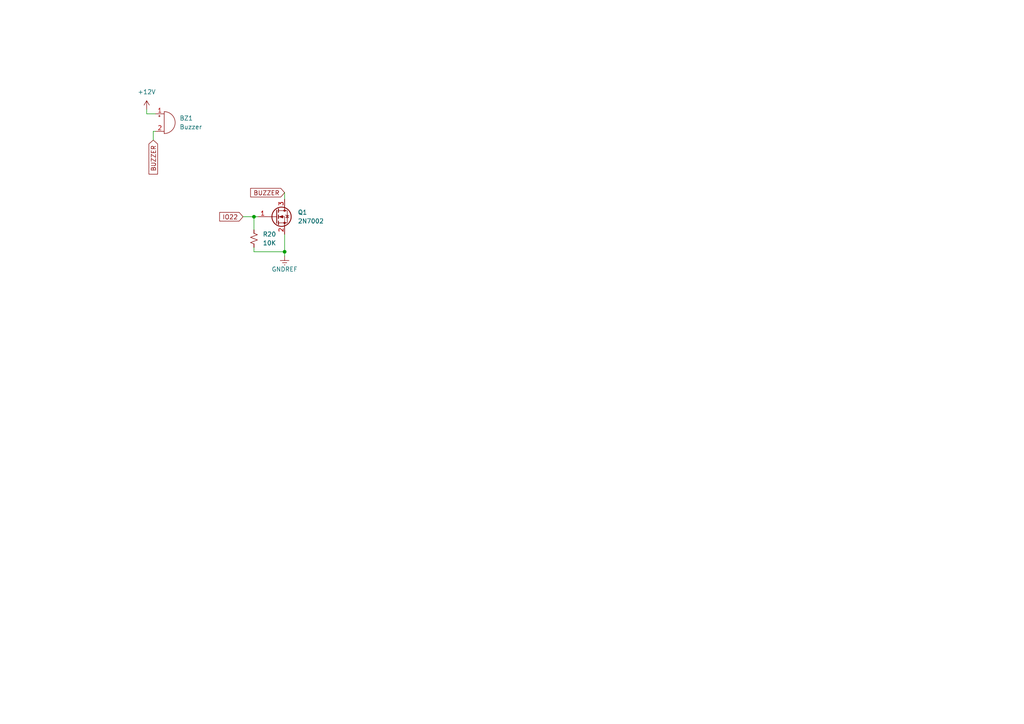
<source format=kicad_sch>
(kicad_sch (version 20230121) (generator eeschema)
  (paper "A4")
  (lib_symbols
    (symbol "Device:Buzzer" (pin_names (offset 0.0254) hide)
      (property "Reference" "BZ" (at 3.81 1.27 0))
      (property "Value" "Buzzer" (at 3.81 -1.27 0))
      (symbol "Buzzer_0_1"
        (arc (start 0 -3.175) (mid 3.1612 0) (end 0 3.175))
        (polyline (pts (xy -1.651 1.905) (xy -1.143 1.905)))
        (polyline (pts (xy -1.397 2.159) (xy -1.397 1.651)))
        (polyline (pts (xy 0 3.175) (xy 0 -3.175)))
      )
      (symbol "Buzzer_1_1"
        (pin passive line (at -2.54 2.54 0) (length 2.54) (name "-") (number "1"))
        (pin passive line (at -2.54 -2.54 0) (length 2.54) (name "+") (number "2"))
      )
    )
    (symbol "Device:R_Small_US" (pin_numbers hide) (pin_names (offset 0.254) hide)
      (property "Reference" "R" (at 0.762 0.508 0))
      (property "Value" "R_Small_US" (at 0.762 -1.016 0))
      (symbol "R_Small_US_1_1"
        (polyline (pts (xy 0 0) (xy 1.016 -0.381) (xy 0 -0.762) (xy -1.016 -1.143) (xy 0 -1.524)))
        (polyline (pts (xy 0 1.524) (xy 1.016 1.143) (xy 0 0.762) (xy -1.016 0.381) (xy 0 0)))
        (pin passive line (at 0 2.54 270) (length 1.016) (name "~") (number "1"))
        (pin passive line (at 0 -2.54 90) (length 1.016) (name "~") (number "2"))
      )
    )
    (symbol "Transistor_FET:2N7002" (pin_names hide)
      (property "Reference" "Q" (at 5.08 1.905 0))
      (property "Value" "2N7002" (at 5.08 0 0))
      (symbol "2N7002_0_1"
        (polyline (pts (xy 0.254 0) (xy -2.54 0)))
        (polyline (pts (xy 0.254 1.905) (xy 0.254 -1.905)) (stroke (width 0.254)))
        (polyline (pts (xy 0.762 -1.27) (xy 0.762 -2.286)) (stroke (width 0.254)))
        (polyline (pts (xy 0.762 0.508) (xy 0.762 -0.508)) (stroke (width 0.254)))
        (polyline (pts (xy 0.762 2.286) (xy 0.762 1.27)) (stroke (width 0.254)))
        (polyline (pts (xy 2.54 2.54) (xy 2.54 1.778)))
        (polyline (pts (xy 2.54 -2.54) (xy 2.54 0) (xy 0.762 0)))
        (polyline (pts (xy 0.762 -1.778) (xy 3.302 -1.778) (xy 3.302 1.778) (xy 0.762 1.778)))
        (polyline (pts (xy 1.016 0) (xy 2.032 0.381) (xy 2.032 -0.381) (xy 1.016 0)) (fill (type outline)))
        (polyline (pts (xy 2.794 0.508) (xy 2.921 0.381) (xy 3.683 0.381) (xy 3.81 0.254)))
        (polyline (pts (xy 3.302 0.381) (xy 2.921 -0.254) (xy 3.683 -0.254) (xy 3.302 0.381)))
        (circle (center 1.651 0) (radius 2.794) (stroke (width 0.254)))
        (circle (center 2.54 -1.778) (radius 0.254) (fill (type outline)))
        (circle (center 2.54 1.778) (radius 0.254) (fill (type outline)))
      )
      (symbol "2N7002_1_1"
        (pin input line (at -5.08 0 0) (length 2.54) (name "G") (number "1"))
        (pin passive line (at 2.54 -5.08 90) (length 2.54) (name "S") (number "2"))
        (pin passive line (at 2.54 5.08 270) (length 2.54) (name "D") (number "3"))
      )
    )
    (symbol "power:+12V" (power) (pin_names (offset 0))
      (property "Value" "+12V" (at 0 3.556 0))
      (symbol "+12V_0_1"
        (polyline (pts (xy -0.762 1.27) (xy 0 2.54)))
        (polyline (pts (xy 0 0) (xy 0 2.54)))
        (polyline (pts (xy 0 2.54) (xy 0.762 1.27)))
      )
      (symbol "+12V_1_1"
        (pin power_in line (at 0 0 90) (length 0) hide (name "+12V") (number "1"))
      )
    )
    (symbol "power:GNDREF" (power) (pin_names (offset 0))
      (property "Value" "GNDREF" (at 0 -3.81 0))
      (symbol "GNDREF_0_1"
        (polyline (pts (xy -0.635 -1.905) (xy 0.635 -1.905)))
        (polyline (pts (xy -0.127 -2.54) (xy 0.127 -2.54)))
        (polyline (pts (xy 0 -1.27) (xy 0 0)))
        (polyline (pts (xy 1.27 -1.27) (xy -1.27 -1.27)))
      )
      (symbol "GNDREF_1_1"
        (pin power_in line (at 0 0 270) (length 0) hide (name "GNDREF") (number "1"))
      )
    )
  )
  (junction (at 73.66 62.865))
  (junction (at 82.55 73.025))
  (wire (pts (xy 73.66 71.755) (xy 73.66 73.025)))
  (wire (pts (xy 73.66 73.025) (xy 82.55 73.025)))
  (wire (pts (xy 44.45 38.1) (xy 44.45 40.64)))
  (wire (pts (xy 82.55 55.88) (xy 82.55 57.785)))
  (wire (pts (xy 42.545 31.75) (xy 42.545 33.02)))
  (wire (pts (xy 73.66 62.865) (xy 73.66 66.675)))
  (wire (pts (xy 82.55 67.945) (xy 82.55 73.025)))
  (wire (pts (xy 42.545 33.02) (xy 45.085 33.02)))
  (wire (pts (xy 45.085 38.1) (xy 44.45 38.1)))
  (wire (pts (xy 70.485 62.865) (xy 73.66 62.865)))
  (wire (pts (xy 82.55 73.025) (xy 82.55 74.295)))
  (wire (pts (xy 73.66 62.865) (xy 74.93 62.865)))
  (global_label "BUZZER" (shape input) (at 44.45 40.64 270) (property "Intersheetrefs" "${INTERSHEET_REFS}" (effects hide)))
  (global_label "BUZZER" (shape input) (at 82.55 55.88 180) (property "Intersheetrefs" "${INTERSHEET_REFS}" (effects hide)))
  (global_label "IO22" (shape input) (at 70.485 62.865 180) (property "Intersheetrefs" "${INTERSHEET_REFS}" (effects hide)))
  (symbol (lib_id "power:GNDREF") (at 82.55 74.295 0) (unit 1)
    (property "Reference" "#PWR034" (effects hide))
    (property "Value" "GNDREF" (at 82.55 78.105 0))
  )
  (symbol (lib_id "power:+12V") (at 42.545 31.75 0) (unit 1)
    (property "Reference" "#PWR060" (effects hide))
    (property "Value" "+12V" (at 42.545 26.67 0))
    (instances (project "3d_sla_printer" (path "" (reference "#PWR060") (unit 1))) (project "esp_automation" (path "" (reference "#PWR042") (unit 1)) (path "" (reference "#PWR018") (unit 1))) (project "Cold_Room_Controller" (path "" (reference "#PWR029") (unit 1))))
  )
  (symbol (lib_id "Device:R_Small_US") (at 73.66 69.215 0) (unit 1)
    (property "Reference" "R20" (at 76.2 67.9449 0) (effects (justify left)))
    (property "Value" "10K" (at 76.2 70.4849 0) (effects (justify left)))
    (property "Footprint" "Resistor_SMD:R_0805_2012Metric" (effects hide))
    (property "Link" "https://www.ozdisan.com/pasif-komponentler/direncler/smt-smd-ve-cip-direncler/CQ05S8J0103T5E" (effects hide))
  )
  (symbol (lib_id "Device:Buzzer") (at 47.625 35.56 0) (unit 1)
    (property "Reference" "BZ1" (at 52.07 34.2899 0) (effects (justify left)))
    (property "Value" "Buzzer" (at 52.07 36.8299 0) (effects (justify left)))
    (property "Footprint" "Buzzer_Beeper:Buzzer_CUI_CPT-9019S-SMT" (effects hide))
    (property "Datasheet" "https://ozdisan.com/elektromekanik-komponentler/ses-urunleri/buzzerlar/LET1290-05B-2-4-45-6-5-R/603658" (effects hide))
  )
  (symbol (lib_id "Transistor_FET:2N7002") (at 80.01 62.865 0) (unit 1)
    (property "Reference" "Q1" (at 86.36 61.5949 0) (effects (justify left)))
    (property "Value" "2N7002" (at 86.36 64.1349 0) (effects (justify left)))
    (property "Footprint" "Package_TO_SOT_SMD:SOT-23" (effects hide))
    (property "Datasheet" "https://www.onsemi.com/pub/Collateral/NDS7002A-D.PDF" (effects hide))
    (property "Link" "https://www.ozdisan.com/guc-yari-iletkenleri/mosfetler/discrete-mosfetler/2N7002215" (effects hide))
  )
)
</source>
